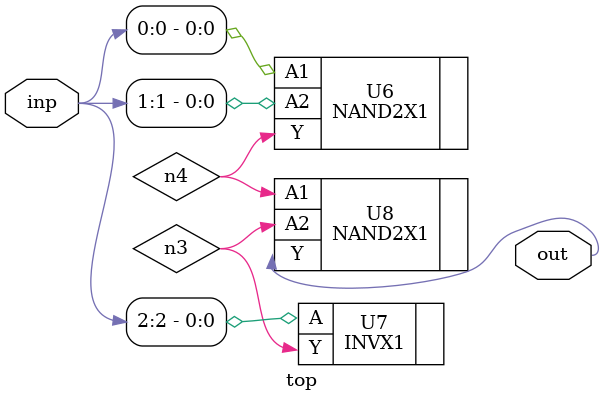
<source format=sv>


module top ( inp, out );
  input [2:0] inp;
  output out;
  wire   n3, n4;

  NAND2X1 U6 ( .A1(inp[0]), .A2(inp[1]), .Y(n4) );
  INVX1 U7 ( .A(inp[2]), .Y(n3) );
  NAND2X1 U8 ( .A1(n4), .A2(n3), .Y(out) );
endmodule


</source>
